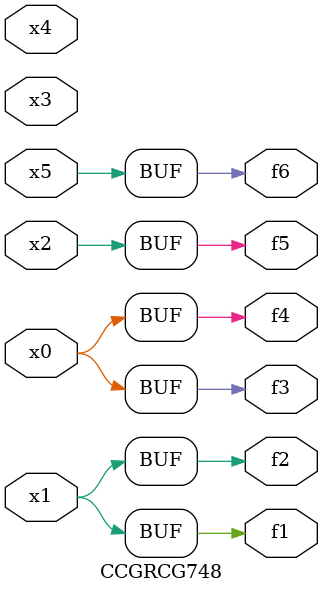
<source format=v>
module CCGRCG748(
	input x0, x1, x2, x3, x4, x5,
	output f1, f2, f3, f4, f5, f6
);
	assign f1 = x1;
	assign f2 = x1;
	assign f3 = x0;
	assign f4 = x0;
	assign f5 = x2;
	assign f6 = x5;
endmodule

</source>
